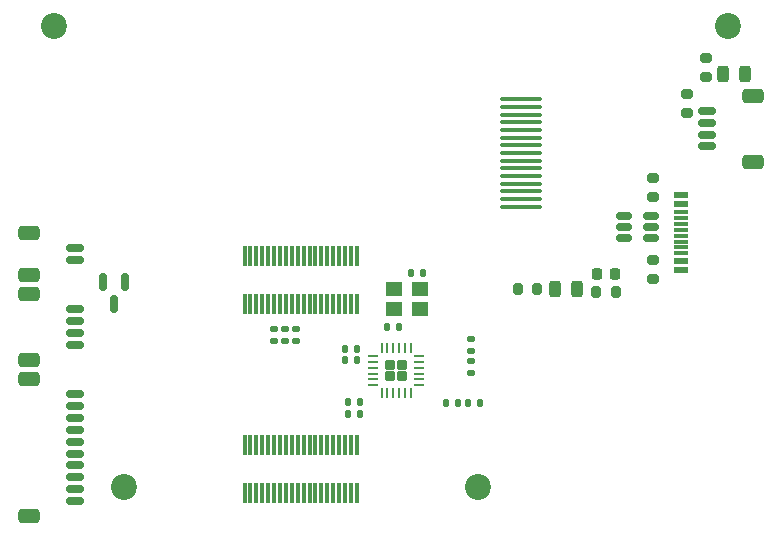
<source format=gtp>
G04 #@! TF.GenerationSoftware,KiCad,Pcbnew,8.0.7*
G04 #@! TF.CreationDate,2025-12-07T18:06:09-08:00*
G04 #@! TF.ProjectId,Pivot_Base,5069766f-745f-4426-9173-652e6b696361,rev?*
G04 #@! TF.SameCoordinates,Original*
G04 #@! TF.FileFunction,Paste,Top*
G04 #@! TF.FilePolarity,Positive*
%FSLAX46Y46*%
G04 Gerber Fmt 4.6, Leading zero omitted, Abs format (unit mm)*
G04 Created by KiCad (PCBNEW 8.0.7) date 2025-12-07 18:06:09*
%MOMM*%
%LPD*%
G01*
G04 APERTURE LIST*
G04 Aperture macros list*
%AMRoundRect*
0 Rectangle with rounded corners*
0 $1 Rounding radius*
0 $2 $3 $4 $5 $6 $7 $8 $9 X,Y pos of 4 corners*
0 Add a 4 corners polygon primitive as box body*
4,1,4,$2,$3,$4,$5,$6,$7,$8,$9,$2,$3,0*
0 Add four circle primitives for the rounded corners*
1,1,$1+$1,$2,$3*
1,1,$1+$1,$4,$5*
1,1,$1+$1,$6,$7*
1,1,$1+$1,$8,$9*
0 Add four rect primitives between the rounded corners*
20,1,$1+$1,$2,$3,$4,$5,0*
20,1,$1+$1,$4,$5,$6,$7,0*
20,1,$1+$1,$6,$7,$8,$9,0*
20,1,$1+$1,$8,$9,$2,$3,0*%
%AMFreePoly0*
4,1,25,0.266375,0.443630,0.297109,0.420047,0.420047,0.297109,0.458455,0.230584,0.463512,0.192176,0.463512,-0.192176,0.443630,-0.266375,0.420047,-0.297109,0.297109,-0.420047,0.230584,-0.458455,0.192176,-0.463512,-0.192176,-0.463512,-0.266375,-0.443630,-0.297109,-0.420047,-0.420047,-0.297109,-0.458455,-0.230584,-0.463512,-0.192176,-0.463512,0.192176,-0.443630,0.266375,-0.420047,0.297109,
-0.297109,0.420047,-0.230584,0.458455,-0.192176,0.463512,0.192176,0.463512,0.266375,0.443630,0.266375,0.443630,$1*%
G04 Aperture macros list end*
%ADD10RoundRect,0.150000X-0.625000X0.150000X-0.625000X-0.150000X0.625000X-0.150000X0.625000X0.150000X0*%
%ADD11RoundRect,0.250000X-0.650000X0.350000X-0.650000X-0.350000X0.650000X-0.350000X0.650000X0.350000X0*%
%ADD12RoundRect,0.200000X0.200000X0.275000X-0.200000X0.275000X-0.200000X-0.275000X0.200000X-0.275000X0*%
%ADD13RoundRect,0.150000X0.625000X-0.150000X0.625000X0.150000X-0.625000X0.150000X-0.625000X-0.150000X0*%
%ADD14RoundRect,0.250000X0.650000X-0.350000X0.650000X0.350000X-0.650000X0.350000X-0.650000X-0.350000X0*%
%ADD15RoundRect,0.140000X-0.140000X-0.170000X0.140000X-0.170000X0.140000X0.170000X-0.140000X0.170000X0*%
%ADD16RoundRect,0.200000X0.275000X-0.200000X0.275000X0.200000X-0.275000X0.200000X-0.275000X-0.200000X0*%
%ADD17RoundRect,0.150000X0.512500X0.150000X-0.512500X0.150000X-0.512500X-0.150000X0.512500X-0.150000X0*%
%ADD18RoundRect,0.243750X-0.243750X-0.456250X0.243750X-0.456250X0.243750X0.456250X-0.243750X0.456250X0*%
%ADD19RoundRect,0.150000X-0.150000X0.587500X-0.150000X-0.587500X0.150000X-0.587500X0.150000X0.587500X0*%
%ADD20RoundRect,0.135000X-0.185000X0.135000X-0.185000X-0.135000X0.185000X-0.135000X0.185000X0.135000X0*%
%ADD21RoundRect,0.225000X-0.225000X-0.250000X0.225000X-0.250000X0.225000X0.250000X-0.225000X0.250000X0*%
%ADD22RoundRect,0.140000X0.140000X0.170000X-0.140000X0.170000X-0.140000X-0.170000X0.140000X-0.170000X0*%
%ADD23C,2.200000*%
%ADD24R,1.240000X0.600000*%
%ADD25R,1.240000X0.300000*%
%ADD26RoundRect,0.135000X-0.135000X-0.185000X0.135000X-0.185000X0.135000X0.185000X-0.135000X0.185000X0*%
%ADD27RoundRect,0.100000X-1.650000X-0.100000X1.650000X-0.100000X1.650000X0.100000X-1.650000X0.100000X0*%
%ADD28RoundRect,0.135000X0.185000X-0.135000X0.185000X0.135000X-0.185000X0.135000X-0.185000X-0.135000X0*%
%ADD29RoundRect,0.135000X0.135000X0.185000X-0.135000X0.185000X-0.135000X-0.185000X0.135000X-0.185000X0*%
%ADD30R,1.400000X1.200000*%
%ADD31RoundRect,0.062500X-0.375000X0.062500X-0.375000X-0.062500X0.375000X-0.062500X0.375000X0.062500X0*%
%ADD32RoundRect,0.062500X-0.062500X0.375000X-0.062500X-0.375000X0.062500X-0.375000X0.062500X0.375000X0*%
%ADD33FreePoly0,270.000000*%
%ADD34R,0.300000X1.800000*%
G04 APERTURE END LIST*
D10*
X154250000Y-121300000D03*
X154250000Y-122300000D03*
D11*
X150375000Y-120000000D03*
X150375000Y-123600000D03*
D12*
X200025000Y-125000000D03*
X198375000Y-125000000D03*
D10*
X154250000Y-126500000D03*
X154250000Y-127500000D03*
X154250000Y-128500000D03*
X154250000Y-129500000D03*
D11*
X150375000Y-125200000D03*
X150375000Y-130800000D03*
D10*
X154245000Y-133700000D03*
X154245000Y-134700000D03*
X154245000Y-135700000D03*
X154245000Y-136700000D03*
X154245000Y-137700000D03*
X154245000Y-138700000D03*
X154245000Y-139700000D03*
X154245000Y-140700000D03*
X154245000Y-141700000D03*
X154245000Y-142700000D03*
D11*
X150370000Y-132400000D03*
X150370000Y-144000000D03*
D13*
X207750000Y-112700000D03*
X207750000Y-111700000D03*
X207750000Y-110700000D03*
X207750000Y-109700000D03*
D14*
X211625000Y-114000000D03*
X211625000Y-108400000D03*
D15*
X182720000Y-123400000D03*
X183680000Y-123400000D03*
D16*
X206050000Y-109875000D03*
X206050000Y-108225000D03*
D17*
X203000000Y-120450000D03*
X203000000Y-119500000D03*
X203000000Y-118550000D03*
X200725000Y-118550000D03*
X200725000Y-119500000D03*
X200725000Y-120450000D03*
D18*
X209125000Y-106600000D03*
X211000000Y-106600000D03*
D19*
X158487500Y-124187500D03*
X156587500Y-124187500D03*
X157537500Y-126062500D03*
D16*
X203200000Y-116985000D03*
X203200000Y-115335000D03*
D20*
X171050000Y-128165000D03*
X171050000Y-129185000D03*
D21*
X198425000Y-123500000D03*
X199975000Y-123500000D03*
D16*
X203200000Y-123953048D03*
X203200000Y-122303048D03*
D22*
X181650000Y-128000000D03*
X180690000Y-128000000D03*
D23*
X209500000Y-102500000D03*
D20*
X187800000Y-130880000D03*
X187800000Y-131900000D03*
D24*
X205575000Y-123200000D03*
X205575000Y-122400000D03*
D25*
X205575000Y-121750000D03*
X205575000Y-120750000D03*
X205575000Y-119250000D03*
X205575000Y-118250000D03*
D24*
X205575000Y-117600000D03*
X205575000Y-116800000D03*
X205575000Y-116800000D03*
X205575000Y-117600000D03*
D25*
X205575000Y-118750000D03*
X205575000Y-119750000D03*
X205575000Y-120250000D03*
X205575000Y-121250000D03*
D24*
X205575000Y-122400000D03*
X205575000Y-123200000D03*
D26*
X187500000Y-134400000D03*
X188520000Y-134400000D03*
D27*
X192000000Y-117800000D03*
X192000000Y-117150000D03*
X192000000Y-116500000D03*
X192000000Y-115850000D03*
X192000000Y-115200000D03*
X192000000Y-114550000D03*
X192000000Y-113900000D03*
X192000000Y-113250000D03*
X192000000Y-112600000D03*
X192000000Y-111950000D03*
X192000000Y-111300000D03*
X192000000Y-110650000D03*
X192000000Y-110000000D03*
X192000000Y-109350000D03*
X192000000Y-108700000D03*
D28*
X172950000Y-129185000D03*
X172950000Y-128165000D03*
D12*
X193400000Y-124800000D03*
X191750000Y-124800000D03*
D20*
X172000000Y-128165000D03*
X172000000Y-129185000D03*
D28*
X187800000Y-130040000D03*
X187800000Y-129020000D03*
D16*
X207650000Y-106825000D03*
X207650000Y-105175000D03*
D29*
X178150000Y-130795000D03*
X177130000Y-130795000D03*
D23*
X152500000Y-102500000D03*
D26*
X177130000Y-129855000D03*
X178150000Y-129855000D03*
D29*
X186660000Y-134400000D03*
X185640000Y-134400000D03*
X178390000Y-134375000D03*
X177370000Y-134375000D03*
D30*
X183450000Y-124800000D03*
X181250000Y-124800000D03*
X181250000Y-126500000D03*
X183450000Y-126500000D03*
D31*
X183387500Y-130425000D03*
X183387500Y-130925000D03*
X183387500Y-131425000D03*
X183387500Y-131925000D03*
X183387500Y-132425000D03*
X183387500Y-132925000D03*
D32*
X182700000Y-133612500D03*
X182200000Y-133612500D03*
X181700000Y-133612500D03*
X181200000Y-133612500D03*
X180700000Y-133612500D03*
X180200000Y-133612500D03*
D31*
X179512500Y-132925000D03*
X179512500Y-132425000D03*
X179512500Y-131925000D03*
X179512500Y-131425000D03*
X179512500Y-130925000D03*
X179512500Y-130425000D03*
D32*
X180200000Y-129737500D03*
X180700000Y-129737500D03*
X181200000Y-129737500D03*
X181700000Y-129737500D03*
X182200000Y-129737500D03*
X182700000Y-129737500D03*
D33*
X180950000Y-132175000D03*
X181950000Y-132175000D03*
X180950000Y-131175000D03*
X181950000Y-131175000D03*
D18*
X194862500Y-124800000D03*
X196737500Y-124800000D03*
D26*
X177365000Y-135325000D03*
X178385000Y-135325000D03*
D34*
X168600000Y-122000000D03*
X169100000Y-122000000D03*
X169600000Y-122000000D03*
X170100000Y-122000000D03*
X170600000Y-122000000D03*
X171100000Y-122000000D03*
X171600000Y-122000000D03*
X172100000Y-122000000D03*
X172600000Y-122000000D03*
X173100000Y-122000000D03*
X173600000Y-122000000D03*
X174100000Y-122000000D03*
X174600000Y-122000000D03*
X175100000Y-122000000D03*
X175600000Y-122000000D03*
X176100000Y-122000000D03*
X176600000Y-122000000D03*
X177100000Y-122000000D03*
X177600000Y-122000000D03*
X178100000Y-122000000D03*
X168600000Y-126000000D03*
X169100000Y-126000000D03*
X169600000Y-126000000D03*
X170100000Y-126000000D03*
X170600000Y-126000000D03*
X171100000Y-126000000D03*
X171600000Y-126000000D03*
X172100000Y-126000000D03*
X172600000Y-126000000D03*
X173100000Y-126000000D03*
X173600000Y-126000000D03*
X174100000Y-126000000D03*
X174600000Y-126000000D03*
X175100000Y-126000000D03*
X175600000Y-126000000D03*
X176100000Y-126000000D03*
X176600000Y-126000000D03*
X177100000Y-126000000D03*
X177600000Y-126000000D03*
X178100000Y-126000000D03*
X168600000Y-138000000D03*
X169100000Y-138000000D03*
X169600000Y-138000000D03*
X170100000Y-138000000D03*
X170600000Y-138000000D03*
X171100000Y-138000000D03*
X171600000Y-138000000D03*
X172100000Y-138000000D03*
X172600000Y-138000000D03*
X173100000Y-138000000D03*
X173600000Y-138000000D03*
X174100000Y-138000000D03*
X174600000Y-138000000D03*
X175100000Y-138000000D03*
X175600000Y-138000000D03*
X176100000Y-138000000D03*
X176600000Y-138000000D03*
X177100000Y-138000000D03*
X177600000Y-138000000D03*
X178100000Y-138000000D03*
X168600000Y-142000000D03*
X169100000Y-142000000D03*
X169600000Y-142000000D03*
X170100000Y-142000000D03*
X170600000Y-142000000D03*
X171100000Y-142000000D03*
X171600000Y-142000000D03*
X172100000Y-142000000D03*
X172600000Y-142000000D03*
X173100000Y-142000000D03*
X173600000Y-142000000D03*
X174100000Y-142000000D03*
X174600000Y-142000000D03*
X175100000Y-142000000D03*
X175600000Y-142000000D03*
X176100000Y-142000000D03*
X176600000Y-142000000D03*
X177100000Y-142000000D03*
X177600000Y-142000000D03*
X178100000Y-142000000D03*
D23*
X158350000Y-141500000D03*
X188350000Y-141500000D03*
M02*

</source>
